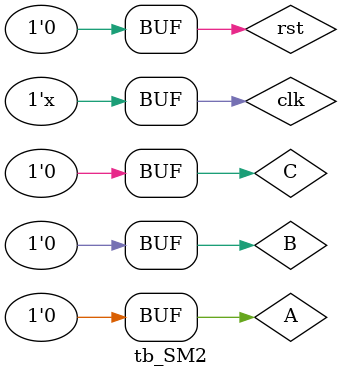
<source format=v>
module tb_SM2();

//module SM2(clk, rst, A, B, C, state, y);

reg clk, rst, A, B, C;

wire [2:0] state;
wire y;

SM2 u1(clk, rst, A, B, C, state, y);

initial begin
    clk <= 0;
    rst <= 1;
    A <=0;
    B <=0;
    C <=0;
    #10 rst <= 0;
    #10 rst <= 1;
    
    #10 A <= 1;
    #10 A <= 0;
    
    #10 B <= 1;
    #10 B <= 0;
  
    #10 A <= 1;
    #10 A <= 0;
    
    #10 B <= 1;  
    #10 B <= 0;
    
    #10 C <= 1;
    #10 C <= 0;
    
    #10 rst <= 0;
    #10 rst <= 1;
    
    #10 A <= 1;
    #10 A <= 0;
    
    #10 B <= 1;
    #10 B <= 0;
  
    #10 C <= 1;
    #10 C <= 0;
    
    #10 rst <= 0 ;
 end
 
 always begin
    #5 clk <= ~clk;
   end
 endmodule 
    
</source>
